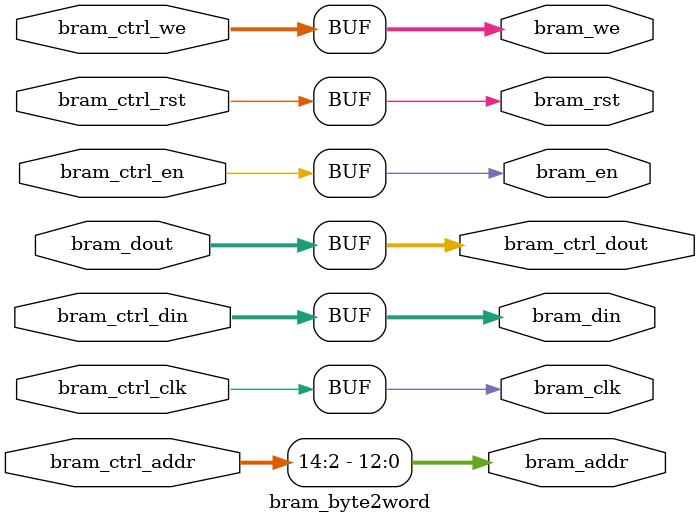
<source format=v>
`timescale 1ns / 1ps


module bram_byte2word # 
(
    parameter integer BRAM_WORD_ADDR_WIDTH    = 13, // 0x....00
    parameter integer BRAM_DATA_WIDTH    = 32 // 0x....00
)
(
    (* X_INTERFACE_INFO = "xilinx.com:interface:bram:1.0 BRAM_PORT CLK" *)  output wire bram_clk,
    (* X_INTERFACE_INFO = "xilinx.com:interface:bram:1.0 BRAM_PORT RST" *)  output wire bram_rst,
    (* X_INTERFACE_INFO = "xilinx.com:interface:bram:1.0 BRAM_PORT EN" *)   output wire bram_en,
    (* X_INTERFACE_INFO = "xilinx.com:interface:bram:1.0 BRAM_PORT ADDR" *) output wire [BRAM_WORD_ADDR_WIDTH-1:0] bram_addr,
    (* X_INTERFACE_INFO = "xilinx.com:interface:bram:1.0 BRAM_PORT DOUT" *) input  wire [BRAM_DATA_WIDTH-1:0] bram_dout,
    (* X_INTERFACE_INFO = "xilinx.com:interface:bram:1.0 BRAM_PORT DIN" *) output  wire [BRAM_DATA_WIDTH-1:0] bram_din,
    (* X_INTERFACE_INFO = "xilinx.com:interface:bram:1.0 BRAM_PORT WE" *)   output wire [3:0]  bram_we,


    (* X_INTERFACE_INFO = "xilinx.com:interface:bram:1.0 BRAM_CTRL_PORT CLK" *)  input wire bram_ctrl_clk,
    (* X_INTERFACE_INFO = "xilinx.com:interface:bram:1.0 BRAM_CTRL_PORT RST" *)  input wire bram_ctrl_rst,
    (* X_INTERFACE_INFO = "xilinx.com:interface:bram:1.0 BRAM_CTRL_PORT EN" *)   input wire bram_ctrl_en,
    (* X_INTERFACE_INFO = "xilinx.com:interface:bram:1.0 BRAM_CTRL_PORT ADDR" *) input wire [BRAM_WORD_ADDR_WIDTH+1:0] bram_ctrl_addr,
    (* X_INTERFACE_INFO = "xilinx.com:interface:bram:1.0 BRAM_CTRL_PORT DOUT" *) output  wire [BRAM_DATA_WIDTH-1:0] bram_ctrl_dout,
    (* X_INTERFACE_INFO = "xilinx.com:interface:bram:1.0 BRAM_CTRL_PORT DIN" *)  input  wire [BRAM_DATA_WIDTH-1:0] bram_ctrl_din,
    (* X_INTERFACE_INFO = "xilinx.com:interface:bram:1.0 BRAM_CTRL_PORT WE" *)   input wire [3:0]  bram_ctrl_we

    

);
    
    assign bram_clk = bram_ctrl_clk;
    assign bram_rst = bram_ctrl_rst;
    assign bram_en = bram_ctrl_en;
    assign bram_addr = bram_ctrl_addr[BRAM_WORD_ADDR_WIDTH+1:2];
    assign bram_ctrl_dout = bram_dout;
    assign bram_ctrl_din = bram_din;
    assign bram_we = bram_ctrl_we;
    
    
endmodule

</source>
